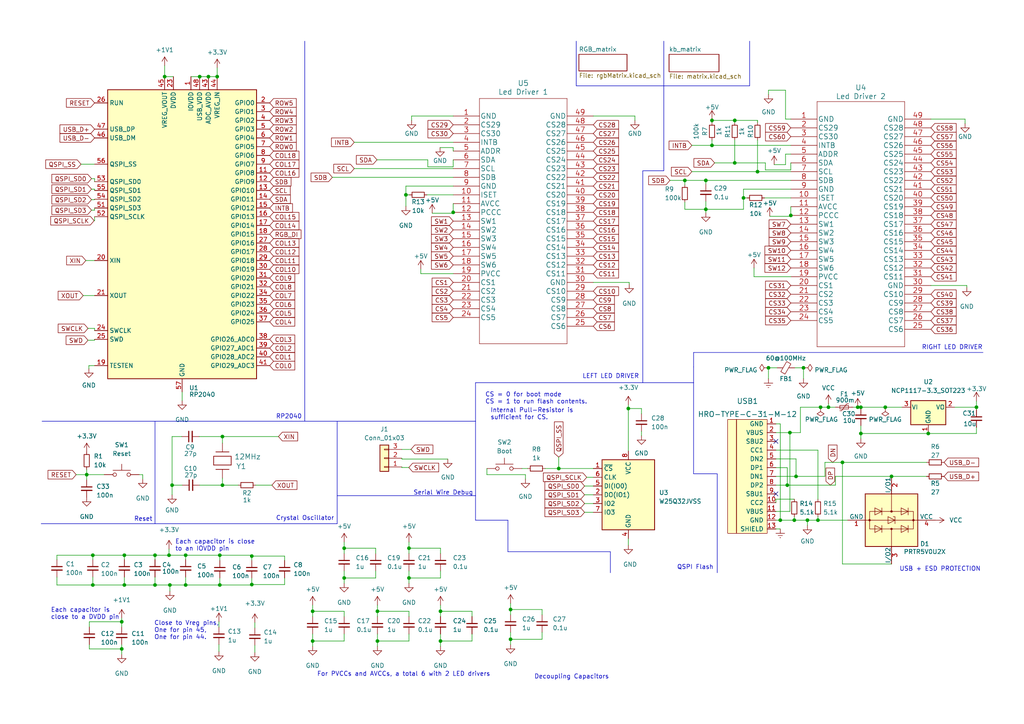
<source format=kicad_sch>
(kicad_sch (version 20230121) (generator eeschema)
  (paper "A4")
  (junction (at 26.924 169.672))
  (junction (at 269.24 125.73))
  (junction (at 213.1107 34.9187))
  (junction (at 44.958 161.036))
  (junction (at 162.052 135.89))
  (junction (at 109.474 185.928))
  (junction (at 90.678 177.292))
  (junction (at 148.082 176.784))
  (junction (at 62.992 22.225))
  (junction (at 73.025 161.29))
  (junction (at 240.284 118.11))
  (junction (at 118.618 167.64))
  (junction (at 148.082 185.42))
  (junction (at 127.762 185.928))
  (junction (at 57.912 22.225))
  (junction (at 219.71 49.784))
  (junction (at 237.236 150.876))
  (junction (at 73.025 169.545))
  (junction (at 233.045 106.68))
  (junction (at 204.724 60.706))
  (junction (at 249.682 125.73))
  (junction (at 60.452 22.225))
  (junction (at 90.678 185.928))
  (junction (at 36.068 161.036))
  (junction (at 53.848 161.036))
  (junction (at 237.998 118.11))
  (junction (at 49.022 161.036))
  (junction (at 249.682 118.11))
  (junction (at 63.754 161.036))
  (junction (at 215.646 57.404))
  (junction (at 99.822 159.004))
  (junction (at 283.21 118.11))
  (junction (at 198.628 52.324))
  (junction (at 25.146 137.668))
  (junction (at 230.886 138.176))
  (junction (at 47.752 22.225))
  (junction (at 228.346 140.716))
  (junction (at 53.848 169.672))
  (junction (at 35.306 188.214))
  (junction (at 26.924 161.036))
  (junction (at 204.724 52.324))
  (junction (at 229.108 125.476))
  (junction (at 49.276 169.672))
  (junction (at 117.729 56.515))
  (junction (at 131.445 61.595))
  (junction (at 226.314 150.876))
  (junction (at 229.362 62.484))
  (junction (at 222.885 106.68))
  (junction (at 230.378 150.876))
  (junction (at 244.348 134.112))
  (junction (at 35.306 180.34))
  (junction (at 258.572 138.176))
  (junction (at 206.502 42.164))
  (junction (at 213.106 47.244))
  (junction (at 64.516 126.619))
  (junction (at 109.474 177.292))
  (junction (at 36.068 169.672))
  (junction (at 234.188 150.876))
  (junction (at 49.911 140.716))
  (junction (at 127.762 177.292))
  (junction (at 44.958 169.672))
  (junction (at 256.7688 118.11))
  (junction (at 99.822 167.64))
  (junction (at 63.754 169.672))
  (junction (at 206.502 34.9187))
  (junction (at 182.245 118.491))
  (junction (at 118.618 159.004))
  (junction (at 64.516 140.716))
  (junction (at 248.7778 118.11))
  (no_connect (at 225.044 143.256))
  (no_connect (at 225.044 128.016))
  (wire (pts (xy 117.729 53.975) (xy 117.729 56.515)))
  (wire (pts (xy 283.21 116.332) (xy 283.21 118.11)))
  (wire (pts (xy 172.085 81.915) (xy 182.499 81.915)))
  (wire (pts (xy 229.108 148.336) (xy 225.044 148.336)))
  (wire (pts (xy 219.71 35.56) (xy 219.71 35.1727)))
  (wire (pts (xy 63.754 161.036) (xy 53.848 161.036)))
  (wire (pts (xy 27.432 52.705) (xy 27.432 51.816)))
  (wire (pts (xy 49.022 159.258) (xy 49.022 161.036)))
  (wire (pts (xy 53.848 161.036) (xy 53.848 162.306)))
  (wire (pts (xy 40.386 137.668) (xy 41.402 137.668)))
  (wire (pts (xy 258.572 163.576) (xy 244.348 163.576)))
  (wire (pts (xy 131.445 46.355) (xy 131.445 48.387)))
  (wire (pts (xy 204.724 52.324) (xy 229.362 52.324)))
  (wire (pts (xy 64.516 126.619) (xy 64.516 128.524)))
  (wire (pts (xy 122.047 78.105) (xy 122.047 79.375)))
  (polyline (pts (xy 147.32 160.02) (xy 177.038 160.02)))
  (wire (pts (xy 118.618 177.292) (xy 109.474 177.292)))
  (wire (pts (xy 118.618 167.64) (xy 118.618 169.164)))
  (wire (pts (xy 25.146 136.144) (xy 25.146 137.668)))
  (wire (pts (xy 182.245 117.475) (xy 182.245 118.491)))
  (wire (pts (xy 108.966 159.004) (xy 99.822 159.004)))
  (wire (pts (xy 27.432 54.864) (xy 26.543 54.864)))
  (wire (pts (xy 222.9011 26.162) (xy 227.838 26.162)))
  (wire (pts (xy 44.958 169.672) (xy 44.958 167.386)))
  (wire (pts (xy 242.316 138.176) (xy 258.572 138.176)))
  (wire (pts (xy 270.002 82.804) (xy 280.416 82.804)))
  (wire (pts (xy 148.082 176.784) (xy 148.082 178.308)))
  (polyline (pts (xy 192.532 49.53) (xy 186.436 49.53)))
  (wire (pts (xy 131.445 79.375) (xy 122.047 79.375)))
  (wire (pts (xy 125.349 61.849) (xy 131.445 61.849)))
  (wire (pts (xy 225.044 150.876) (xy 226.314 150.876)))
  (wire (pts (xy 23.495 47.625) (xy 27.432 47.625)))
  (wire (pts (xy 280.416 82.804) (xy 280.416 83.312)))
  (wire (pts (xy 73.025 169.545) (xy 73.025 167.64)))
  (wire (pts (xy 233.045 106.68) (xy 233.045 109.855)))
  (wire (pts (xy 230.378 149.86) (xy 230.378 150.876)))
  (wire (pts (xy 131.445 53.975) (xy 117.729 53.975)))
  (wire (pts (xy 225.044 140.716) (xy 228.346 140.716)))
  (wire (pts (xy 127.762 185.928) (xy 136.906 185.928)))
  (wire (pts (xy 90.678 185.928) (xy 90.678 183.896)))
  (wire (pts (xy 283.21 125.73) (xy 269.24 125.73)))
  (wire (pts (xy 35.306 179.324) (xy 35.306 180.34)))
  (polyline (pts (xy 201.168 110.998) (xy 201.168 137.414)))
  (wire (pts (xy 213.106 35.1727) (xy 213.1107 35.1727)))
  (wire (pts (xy 25.908 180.34) (xy 35.306 180.34)))
  (wire (pts (xy 90.678 185.928) (xy 99.822 185.928)))
  (wire (pts (xy 26.924 169.672) (xy 26.924 167.386)))
  (wire (pts (xy 232.156 118.11) (xy 232.156 125.476)))
  (wire (pts (xy 35.306 180.34) (xy 35.306 181.864)))
  (wire (pts (xy 136.906 178.816) (xy 136.906 177.292)))
  (wire (pts (xy 228.346 140.716) (xy 242.316 140.716)))
  (polyline (pts (xy 177.038 160.02) (xy 177.038 166.116)))
  (wire (pts (xy 116.5589 135.5942) (xy 116.5589 135.4395)))
  (wire (pts (xy 229.108 125.476) (xy 232.156 125.476)))
  (wire (pts (xy 117.729 56.515) (xy 118.745 56.515)))
  (wire (pts (xy 118.618 167.64) (xy 118.618 165.608)))
  (wire (pts (xy 237.998 118.11) (xy 240.284 118.11)))
  (wire (pts (xy 90.678 175.514) (xy 90.678 177.292)))
  (wire (pts (xy 96.393 51.435) (xy 131.445 51.435)))
  (wire (pts (xy 118.618 157.226) (xy 118.618 159.004)))
  (wire (pts (xy 283.21 118.11) (xy 283.21 118.872)))
  (wire (pts (xy 109.347 46.355) (xy 124.079 46.355)))
  (wire (pts (xy 108.966 160.528) (xy 108.966 159.004)))
  (wire (pts (xy 129.8828 133.1469) (xy 116.5589 133.1469)))
  (wire (pts (xy 206.502 34.6085) (xy 206.502 34.9187)))
  (wire (pts (xy 64.516 138.684) (xy 64.516 140.716)))
  (wire (pts (xy 49.911 140.716) (xy 49.911 143.51)))
  (wire (pts (xy 118.5826 135.5942) (xy 116.5589 135.5942)))
  (wire (pts (xy 80.772 126.619) (xy 64.516 126.619)))
  (wire (pts (xy 102.743 41.275) (xy 131.445 41.275)))
  (wire (pts (xy 206.502 40.64) (xy 206.502 42.164)))
  (wire (pts (xy 49.911 140.716) (xy 52.832 140.716)))
  (wire (pts (xy 225.044 138.176) (xy 230.886 138.176)))
  (wire (pts (xy 27.432 60.96) (xy 26.543 60.96)))
  (wire (pts (xy 99.822 167.64) (xy 108.966 167.64)))
  (wire (pts (xy 131.445 59.055) (xy 131.445 61.595)))
  (polyline (pts (xy 44.958 122.174) (xy 44.958 151.892)))
  (wire (pts (xy 230.886 138.176) (xy 239.268 138.176)))
  (wire (pts (xy 127.762 167.64) (xy 127.762 165.608)))
  (wire (pts (xy 237.236 150.876) (xy 245.872 150.876)))
  (wire (pts (xy 157.226 178.308) (xy 157.226 176.784)))
  (wire (pts (xy 52.832 113.665) (xy 52.832 116.205)))
  (wire (pts (xy 213.1107 34.9187) (xy 213.1107 35.1727)))
  (wire (pts (xy 249.682 118.11) (xy 256.7688 118.11)))
  (wire (pts (xy 148.082 185.42) (xy 148.082 186.944)))
  (wire (pts (xy 249.682 118.11) (xy 249.682 118.364)))
  (wire (pts (xy 219.71 35.1727) (xy 219.7147 35.1727)))
  (wire (pts (xy 82.55 162.56) (xy 82.55 161.29)))
  (wire (pts (xy 258.572 138.176) (xy 268.732 138.176)))
  (wire (pts (xy 227.838 34.544) (xy 227.838 26.162)))
  (wire (pts (xy 131.445 61.595) (xy 131.445 61.849)))
  (wire (pts (xy 226.314 150.876) (xy 230.378 150.876)))
  (wire (pts (xy 242.316 140.716) (xy 242.316 138.176)))
  (wire (pts (xy 47.752 22.225) (xy 50.292 22.225)))
  (wire (pts (xy 230.505 106.68) (xy 233.045 106.68)))
  (wire (pts (xy 25.908 188.214) (xy 35.306 188.214)))
  (wire (pts (xy 162.052 132.588) (xy 162.052 135.89)))
  (wire (pts (xy 27.432 95.25) (xy 25.527 95.25)))
  (wire (pts (xy 225.044 144.78) (xy 230.378 144.78)))
  (wire (pts (xy 63.754 162.56) (xy 63.754 161.036)))
  (wire (pts (xy 221.996 49.276) (xy 221.996 47.244)))
  (wire (pts (xy 99.822 185.928) (xy 99.822 183.896)))
  (wire (pts (xy 99.822 177.292) (xy 90.678 177.292)))
  (polyline (pts (xy 132.08 122.174) (xy 97.79 122.174)))
  (wire (pts (xy 182.499 81.915) (xy 182.499 82.423)))
  (wire (pts (xy 232.156 118.11) (xy 237.998 118.11)))
  (polyline (pts (xy 44.958 151.892) (xy 82.296 151.892)))
  (wire (pts (xy 227.838 44.704) (xy 227.838 47.752)))
  (wire (pts (xy 206.502 34.9187) (xy 206.502 35.56)))
  (wire (pts (xy 237.236 150.876) (xy 237.236 149.86)))
  (wire (pts (xy 219.7147 34.9187) (xy 219.7147 35.1727)))
  (wire (pts (xy 182.245 118.491) (xy 182.245 130.81)))
  (wire (pts (xy 82.55 161.29) (xy 73.025 161.29)))
  (wire (pts (xy 26.924 169.672) (xy 16.51 169.672)))
  (wire (pts (xy 123.825 56.515) (xy 131.445 56.515)))
  (polyline (pts (xy 217.424 11.938) (xy 217.424 24.892)))
  (polyline (pts (xy 137.922 110.998) (xy 137.922 122.174)))
  (wire (pts (xy 141.224 137.668) (xy 152.4 137.668)))
  (wire (pts (xy 99.822 160.528) (xy 99.822 159.004)))
  (wire (pts (xy 41.402 138.938) (xy 41.402 137.668)))
  (wire (pts (xy 229.362 62.484) (xy 229.362 62.738)))
  (wire (pts (xy 69.088 140.716) (xy 64.516 140.716)))
  (wire (pts (xy 141.224 135.89) (xy 141.224 137.668)))
  (wire (pts (xy 99.822 167.64) (xy 99.822 169.164)))
  (wire (pts (xy 276.86 118.11) (xy 283.21 118.11)))
  (wire (pts (xy 62.992 19.685) (xy 62.992 22.225)))
  (wire (pts (xy 74.168 140.716) (xy 78.867 140.716)))
  (wire (pts (xy 127.762 185.928) (xy 127.762 183.896)))
  (wire (pts (xy 279.908 34.544) (xy 279.908 35.814)))
  (wire (pts (xy 44.958 162.306) (xy 44.958 161.036)))
  (wire (pts (xy 16.51 161.036) (xy 26.924 161.036)))
  (wire (pts (xy 25.908 186.944) (xy 25.908 188.214)))
  (wire (pts (xy 90.678 178.816) (xy 90.678 177.292)))
  (polyline (pts (xy 201.168 137.414) (xy 208.026 137.414)))
  (wire (pts (xy 27.432 64.008) (xy 27.305 64.008)))
  (wire (pts (xy 35.306 186.944) (xy 35.306 188.214)))
  (wire (pts (xy 27.432 62.865) (xy 27.432 64.008)))
  (wire (pts (xy 25.908 181.864) (xy 25.908 180.34)))
  (wire (pts (xy 198.628 52.324) (xy 198.628 53.594)))
  (wire (pts (xy 229.362 54.864) (xy 215.646 54.864)))
  (wire (pts (xy 49.276 169.672) (xy 44.958 169.672)))
  (wire (pts (xy 249.682 125.73) (xy 249.682 123.444)))
  (wire (pts (xy 118.618 160.528) (xy 118.618 159.004)))
  (wire (pts (xy 182.245 156.21) (xy 182.245 158.115)))
  (polyline (pts (xy 12.192 122.174) (xy 44.958 122.174)))
  (wire (pts (xy 27.432 60.325) (xy 27.432 60.96)))
  (wire (pts (xy 229.108 125.476) (xy 229.108 148.336)))
  (wire (pts (xy 73.025 169.672) (xy 73.025 169.545)))
  (wire (pts (xy 204.724 58.42) (xy 204.724 60.706)))
  (wire (pts (xy 184.15 33.655) (xy 172.085 33.655)))
  (wire (pts (xy 151.384 135.89) (xy 153.035 135.89)))
  (wire (pts (xy 215.646 54.864) (xy 215.646 57.404)))
  (wire (pts (xy 99.822 178.816) (xy 99.822 177.292)))
  (wire (pts (xy 36.068 169.672) (xy 36.068 167.386)))
  (wire (pts (xy 148.082 185.42) (xy 157.226 185.42)))
  (wire (pts (xy 240.284 117.094) (xy 240.284 118.11)))
  (wire (pts (xy 49.911 126.619) (xy 49.911 140.716)))
  (wire (pts (xy 27.432 57.912) (xy 26.543 57.912)))
  (wire (pts (xy 27.432 98.679) (xy 25.527 98.679)))
  (wire (pts (xy 90.678 185.928) (xy 90.678 187.452)))
  (wire (pts (xy 49.022 161.036) (xy 53.848 161.036)))
  (wire (pts (xy 239.268 134.112) (xy 244.348 134.112)))
  (wire (pts (xy 109.474 178.816) (xy 109.474 177.292)))
  (wire (pts (xy 44.958 161.036) (xy 49.022 161.036)))
  (polyline (pts (xy 208.026 137.414) (xy 208.026 166.116)))
  (wire (pts (xy 213.106 35.56) (xy 213.106 35.1727)))
  (wire (pts (xy 225.044 130.556) (xy 237.236 130.556)))
  (wire (pts (xy 186.055 126.365) (xy 186.055 125.095)))
  (polyline (pts (xy 192.532 11.938) (xy 192.532 49.53)))
  (wire (pts (xy 118.618 185.928) (xy 118.618 183.896)))
  (wire (pts (xy 240.284 118.11) (xy 242.316 118.11)))
  (wire (pts (xy 229.362 49.276) (xy 221.996 49.276)))
  (wire (pts (xy 57.912 22.225) (xy 60.452 22.225)))
  (wire (pts (xy 25.781 106.045) (xy 25.781 106.934)))
  (wire (pts (xy 131.445 42.799) (xy 131.445 43.815)))
  (wire (pts (xy 170.18 138.43) (xy 172.085 138.43)))
  (wire (pts (xy 229.362 34.544) (xy 227.838 34.544)))
  (wire (pts (xy 116.5589 130.3595) (xy 119.2009 130.3595)))
  (wire (pts (xy 73.025 161.036) (xy 63.754 161.036)))
  (wire (pts (xy 63.754 169.672) (xy 63.754 167.64)))
  (wire (pts (xy 213.1107 34.9187) (xy 219.7147 34.9187)))
  (wire (pts (xy 198.628 58.674) (xy 198.628 60.706)))
  (wire (pts (xy 148.082 175.006) (xy 148.082 176.784)))
  (wire (pts (xy 157.226 185.42) (xy 157.226 183.388)))
  (wire (pts (xy 82.55 169.545) (xy 82.55 167.64)))
  (wire (pts (xy 36.068 169.672) (xy 26.924 169.672)))
  (wire (pts (xy 204.724 52.324) (xy 204.724 53.34)))
  (wire (pts (xy 169.545 146.05) (xy 172.085 146.05)))
  (wire (pts (xy 24.13 85.725) (xy 27.432 85.725)))
  (wire (pts (xy 169.545 143.51) (xy 172.085 143.51)))
  (wire (pts (xy 225.044 145.796) (xy 225.044 144.78)))
  (polyline (pts (xy 192.532 24.892) (xy 167.132 24.892)))
  (wire (pts (xy 27.432 51.816) (xy 26.543 51.816)))
  (polyline (pts (xy 167.132 11.938) (xy 167.132 24.892)))
  (wire (pts (xy 136.906 185.928) (xy 136.906 183.896)))
  (wire (pts (xy 27.432 75.565) (xy 24.892 75.565)))
  (wire (pts (xy 152.4 137.668) (xy 152.4 138.938)))
  (wire (pts (xy 148.082 185.42) (xy 148.082 183.388)))
  (wire (pts (xy 157.226 176.784) (xy 148.082 176.784)))
  (wire (pts (xy 234.188 150.876) (xy 237.236 150.876)))
  (wire (pts (xy 36.068 161.036) (xy 44.958 161.036)))
  (wire (pts (xy 127.762 177.292) (xy 127.762 178.816)))
  (wire (pts (xy 73.025 162.56) (xy 73.025 161.29)))
  (wire (pts (xy 223.266 62.738) (xy 229.362 62.738)))
  (wire (pts (xy 127.762 185.928) (xy 127.762 187.452)))
  (wire (pts (xy 27.432 106.045) (xy 25.781 106.045)))
  (wire (pts (xy 237.236 144.78) (xy 237.236 130.556)))
  (wire (pts (xy 184.15 33.655) (xy 184.15 34.925)))
  (wire (pts (xy 119.2009 130.3595) (xy 119.2009 130.329)))
  (polyline (pts (xy 82.296 151.892) (xy 97.79 151.892)))
  (wire (pts (xy 99.822 167.64) (xy 99.822 165.608)))
  (wire (pts (xy 99.822 157.226) (xy 99.822 159.004)))
  (wire (pts (xy 244.348 134.112) (xy 268.732 134.112)))
  (wire (pts (xy 60.452 22.225) (xy 62.992 22.225)))
  (wire (pts (xy 182.245 118.491) (xy 186.055 118.491)))
  (wire (pts (xy 247.396 118.11) (xy 248.7778 118.11)))
  (wire (pts (xy 63.5 188.976) (xy 63.5 186.944)))
  (wire (pts (xy 36.068 162.306) (xy 36.068 161.036)))
  (wire (pts (xy 63.5 181.864) (xy 63.5 180.34)))
  (wire (pts (xy 222.9011 26.162) (xy 222.9011 27.4093)))
  (wire (pts (xy 136.906 177.292) (xy 127.762 177.292)))
  (wire (pts (xy 230.886 133.096) (xy 230.886 138.176)))
  (wire (pts (xy 109.474 185.928) (xy 118.618 185.928)))
  (wire (pts (xy 131.445 48.387) (xy 124.079 48.387)))
  (wire (pts (xy 124.079 48.387) (xy 124.079 46.355)))
  (wire (pts (xy 108.966 167.64) (xy 108.966 165.608)))
  (wire (pts (xy 55.372 22.225) (xy 57.912 22.225)))
  (wire (pts (xy 63.754 169.672) (xy 73.025 169.672)))
  (polyline (pts (xy 147.32 150.876) (xy 147.32 160.02)))
  (wire (pts (xy 226.314 150.876) (xy 226.314 122.936)))
  (wire (pts (xy 218.694 77.724) (xy 218.694 80.264)))
  (wire (pts (xy 198.628 52.324) (xy 204.724 52.324)))
  (wire (pts (xy 109.474 175.514) (xy 109.474 177.292)))
  (wire (pts (xy 229.362 59.944) (xy 229.362 62.484)))
  (wire (pts (xy 27.432 95.885) (xy 27.432 95.25)))
  (wire (pts (xy 249.682 127.254) (xy 249.682 125.73)))
  (wire (pts (xy 27.432 57.785) (xy 27.432 57.912)))
  (wire (pts (xy 225.044 153.416) (xy 226.314 153.416)))
  (wire (pts (xy 226.314 122.936) (xy 225.044 122.936)))
  (wire (pts (xy 35.306 188.214) (xy 35.306 189.738)))
  (wire (pts (xy 169.545 148.59) (xy 172.085 148.59)))
  (wire (pts (xy 127.762 160.528) (xy 127.762 159.004)))
  (wire (pts (xy 73.914 182.118) (xy 73.914 180.594)))
  (polyline (pts (xy 201.168 110.998) (xy 201.168 106.426)))
  (wire (pts (xy 53.848 169.672) (xy 53.848 167.386)))
  (wire (pts (xy 27.432 98.425) (xy 27.432 98.679)))
  (polyline (pts (xy 88.392 11.938) (xy 88.392 122.174)))
  (wire (pts (xy 204.724 61.722) (xy 204.724 60.706)))
  (wire (pts (xy 227.838 47.752) (xy 224.536 47.752)))
  (wire (pts (xy 219.71 49.784) (xy 229.362 49.784)))
  (wire (pts (xy 26.924 161.036) (xy 36.068 161.036)))
  (wire (pts (xy 109.474 185.928) (xy 109.474 183.896)))
  (wire (pts (xy 244.348 134.112) (xy 244.348 163.576)))
  (wire (pts (xy 25.146 137.668) (xy 30.226 137.668)))
  (polyline (pts (xy 137.922 143.764) (xy 137.922 150.876)))
  (wire (pts (xy 109.474 185.928) (xy 109.474 187.452)))
  (wire (pts (xy 47.752 19.05) (xy 47.752 22.225)))
  (wire (pts (xy 200.66 42.164) (xy 206.502 42.164)))
  (wire (pts (xy 22.098 137.668) (xy 25.146 137.668)))
  (wire (pts (xy 194.31 52.324) (xy 198.628 52.324)))
  (polyline (pts (xy 137.922 110.998) (xy 201.168 110.998)))
  (wire (pts (xy 213.106 47.244) (xy 221.996 47.244)))
  (wire (pts (xy 127.762 159.004) (xy 118.618 159.004)))
  (polyline (pts (xy 201.1715 102.235) (xy 201.1715 106.4126)))
  (wire (pts (xy 16.51 169.672) (xy 16.51 167.386)))
  (wire (pts (xy 204.724 60.706) (xy 215.646 60.706)))
  (wire (pts (xy 158.115 135.89) (xy 162.052 135.89)))
  (wire (pts (xy 206.502 42.164) (xy 229.362 42.164)))
  (wire (pts (xy 279.908 34.544) (xy 270.002 34.544)))
  (polyline (pts (xy 97.79 122.174) (xy 44.958 122.174)))
  (wire (pts (xy 186.055 120.015) (xy 186.055 118.491)))
  (wire (pts (xy 131.445 42.799) (xy 127.635 42.799)))
  (wire (pts (xy 102.743 48.895) (xy 131.445 48.895)))
  (wire (pts (xy 228.346 135.636) (xy 228.346 140.716)))
  (wire (pts (xy 225.044 125.476) (xy 229.108 125.476)))
  (wire (pts (xy 52.705 126.619) (xy 49.911 126.619)))
  (wire (pts (xy 64.516 140.716) (xy 57.912 140.716)))
  (wire (pts (xy 225.044 133.096) (xy 230.886 133.096)))
  (polyline (pts (xy 97.79 151.892) (xy 97.79 122.174)))
  (polyline (pts (xy 97.79 143.764) (xy 132.08 143.764)))
  (wire (pts (xy 44.958 169.672) (xy 36.068 169.672)))
  (wire (pts (xy 234.188 150.876) (xy 234.188 152.4)))
  (wire (pts (xy 119.38 33.655) (xy 131.445 33.655)))
  (polyline (pts (xy 201.1715 102.235) (xy 285.115 102.235)))
  (wire (pts (xy 53.848 169.672) (xy 63.754 169.672)))
  (wire (pts (xy 229.362 44.704) (xy 227.838 44.704)))
  (wire (pts (xy 198.628 60.706) (xy 204.724 60.706)))
  (wire (pts (xy 229.362 80.264) (xy 218.694 80.264)))
  (wire (pts (xy 73.025 161.29) (xy 73.025 161.036)))
  (wire (pts (xy 248.7778 118.11) (xy 249.682 118.11)))
  (wire (pts (xy 200.66 49.784) (xy 219.71 49.784)))
  (polyline (pts (xy 137.922 143.764) (xy 137.922 122.174)))
  (wire (pts (xy 207.264 47.244) (xy 213.106 47.244)))
  (wire (pts (xy 119.38 33.655) (xy 119.38 34.925)))
  (wire (pts (xy 118.618 178.816) (xy 118.618 177.292)))
  (wire (pts (xy 26.924 162.306) (xy 26.924 161.036)))
  (polyline (pts (xy 186.436 49.53) (xy 186.436 110.998)))
  (polyline (pts (xy 11.938 151.892) (xy 44.958 151.892)))
  (wire (pts (xy 225.044 135.636) (xy 228.346 135.636)))
  (polyline (pts (xy 137.922 122.174) (xy 132.08 122.174)))
  (wire (pts (xy 225.425 106.68) (xy 222.885 106.68)))
  (wire (pts (xy 116.5589 133.1469) (xy 116.5589 132.8995)))
  (wire (pts (xy 57.785 126.619) (xy 64.516 126.619)))
  (wire (pts (xy 169.545 140.97) (xy 172.085 140.97)))
  (wire (pts (xy 213.106 40.64) (xy 213.106 47.244)))
  (wire (pts (xy 221.742 57.404) (xy 229.362 57.404)))
  (wire (pts (xy 118.618 167.64) (xy 127.762 167.64)))
  (wire (pts (xy 283.21 123.952) (xy 283.21 125.73)))
  (wire (pts (xy 215.646 57.404) (xy 215.646 60.706)))
  (wire (pts (xy 162.052 135.89) (xy 172.085 135.89)))
  (wire (pts (xy 73.025 169.545) (xy 82.55 169.545)))
  (wire (pts (xy 222.885 106.68) (xy 222.885 109.855)))
  (wire (pts (xy 27.432 55.245) (xy 27.432 54.864)))
  (wire (pts (xy 256.7688 118.11) (xy 261.62 118.11)))
  (wire (pts (xy 127.762 175.514) (xy 127.762 177.292)))
  (polyline (pts (xy 192.532 24.892) (xy 217.424 24.892)))
  (wire (pts (xy 16.51 162.306) (xy 16.51 161.036)))
  (wire (pts (xy 234.188 150.876) (xy 230.378 150.876)))
  (wire (pts (xy 73.914 189.23) (xy 73.914 187.198)))
  (wire (pts (xy 239.268 138.176) (xy 239.268 134.112)))
  (polyline (pts (xy 132.08 143.764) (xy 137.922 143.764)))
  (polyline (pts (xy 137.922 150.876) (xy 147.32 150.876)))
  (wire (pts (xy 219.71 40.64) (xy 219.71 49.784)))
  (wire (pts (xy 25.146 137.668) (xy 25.146 139.192)))
  (wire (pts (xy 206.502 34.9187) (xy 213.1107 34.9187)))
  (wire (pts (xy 215.646 57.404) (xy 216.662 57.404)))
  (wire (pts (xy 249.682 125.73) (xy 269.24 125.73)))
  (wire (pts (xy 229.362 47.244) (xy 229.362 49.276)))
  (wire (pts (xy 117.729 56.515) (xy 117.729 59.817)))
  (wire (pts (xy 49.276 169.672) (xy 53.848 169.672)))
  (wire (pts (xy 49.276 171.45) (xy 49.276 169.672)))
  (text "LEFT LED DRIVER" (at 168.91 109.982 0) (effects (font (size 1.27 1.27)) (justify left bottom)))
  (text "Close to Vreg pins,\nOne for pin 45,\nOne for pin 44." (at 44.704 185.674 0) (effects (font (size 1.27 1.27)) (justify left bottom)))
  (text "RP2040" (at 80.01 121.666 0) (effects (font (size 1.27 1.27)) (justify left bottom)))
  (text "RIGHT LED DRIVER" (at 267.335 101.6 0) (effects (font (size 1.27 1.27)) (justify left bottom)))
  (text "Internal Pull-Resistor is\nsufficient for CS." (at 142.24 121.92 0) (effects (font (size 1.27 1.27)) (justify left bottom)))
  (text "Decoupling Capacitors" (at 154.94 197.104 0) (effects (font (size 1.27 1.27)) (justify left bottom)))
  (text "Serial Wire Debug" (at 119.888 143.764 0) (effects (font (size 1.27 1.27)) (justify left bottom)))
  (text "Each capacitor is close \nto an IOVDD pin" (at 50.8 160.02 0) (effects (font (size 1.27 1.27)) (justify left bottom)))
  (text "Crystal Oscillator" (at 80.01 151.13 0) (effects (font (size 1.27 1.27)) (justify left bottom)))
  (text "CS = 0 for boot mode\nCS = 1 to run flash contents." (at 140.716 117.348 0) (effects (font (size 1.27 1.27)) (justify left bottom)))
  (text "Reset" (at 38.862 151.384 0) (effects (font (size 1.27 1.27)) (justify left bottom)))
  (text "USB + ESD PROTECTION" (at 260.858 165.862 0) (effects (font (size 1.27 1.27)) (justify left bottom)))
  (text "Each capacitor is\nclose to a DVDD pin" (at 14.732 179.832 0) (effects (font (size 1.27 1.27)) (justify left bottom)))
  (text "QSPI Flash" (at 196.342 165.354 0) (effects (font (size 1.27 1.27)) (justify left bottom)))
  (text "For PVCCs and AVCCs, a total 6 with 2 LED drivers" (at 91.948 196.342 0) (effects (font (size 1.27 1.27)) (justify left bottom)))
  (global_label "CS48" (shape input) (at 270.002 62.484 0) (property "Intersheetrefs" "${INTERSHEET_REFS}" (effects hide)))
  (global_label "QSPI_SD2" (shape input) (at 169.545 146.05 180) (property "Intersheetrefs" "${INTERSHEET_REFS}" (effects hide)))
  (global_label "CS42" (shape input) (at 270.002 77.724 0) (property "Intersheetrefs" "${INTERSHEET_REFS}" (effects hide)))
  (global_label "QSPI_SCLK" (shape input) (at 27.305 64.008 180) (property "Intersheetrefs" "${INTERSHEET_REFS}" (effects hide)))
  (global_label "CS22" (shape input) (at 172.085 51.435 0) (property "Intersheetrefs" "${INTERSHEET_REFS}" (effects hide)))
  (global_label "SWCLK" (shape input) (at 25.527 95.25 180) (property "Intersheetrefs" "${INTERSHEET_REFS}" (effects hide)))
  (global_label "CS23" (shape input) (at 172.085 48.895 0) (property "Intersheetrefs" "${INTERSHEET_REFS}" (effects hide)))
  (global_label "CS13" (shape input) (at 172.085 74.295 0) (property "Intersheetrefs" "${INTERSHEET_REFS}" (effects hide)))
  (global_label "ROW4" (shape input) (at 78.232 32.385 0) (property "Intersheetrefs" "${INTERSHEET_REFS}" (effects hide)))
  (global_label "COL17" (shape input) (at 78.232 47.625 0) (property "Intersheetrefs" "${INTERSHEET_REFS}" (effects hide)))
  (global_label "COL6" (shape input) (at 78.232 88.265 0) (property "Intersheetrefs" "${INTERSHEET_REFS}" (effects hide)))
  (global_label "SDA" (shape input) (at 109.347 46.355 180) (property "Intersheetrefs" "${INTERSHEET_REFS}" (effects hide)))
  (global_label "CS21" (shape input) (at 172.085 53.975 0) (property "Intersheetrefs" "${INTERSHEET_REFS}" (effects hide)))
  (global_label "SW5" (shape input) (at 131.445 74.295 180) (property "Intersheetrefs" "${INTERSHEET_REFS}" (effects hide)))
  (global_label "CS5" (shape input) (at 131.445 92.075 180) (property "Intersheetrefs" "${INTERSHEET_REFS}" (effects hide)))
  (global_label "QSPI_SD0" (shape input) (at 169.545 140.97 180) (property "Intersheetrefs" "${INTERSHEET_REFS}" (effects hide)))
  (global_label "DN" (shape input) (at 241.5223 134.112 90) (property "Intersheetrefs" "${INTERSHEET_REFS}" (effects hide)))
  (global_label "SW2" (shape input) (at 131.445 66.675 180) (property "Intersheetrefs" "${INTERSHEET_REFS}" (effects hide)))
  (global_label "RESET" (shape input) (at 27.432 29.845 180) (property "Intersheetrefs" "${INTERSHEET_REFS}" (effects hide)))
  (global_label "CS24" (shape input) (at 172.085 46.355 0) (property "Intersheetrefs" "${INTERSHEET_REFS}" (effects hide)))
  (global_label "QSPI_SD1" (shape input) (at 26.543 54.864 180) (property "Intersheetrefs" "${INTERSHEET_REFS}" (effects hide)))
  (global_label "CS54" (shape input) (at 270.002 47.244 0) (property "Intersheetrefs" "${INTERSHEET_REFS}" (effects hide)))
  (global_label "CS10" (shape input) (at 172.085 84.455 0) (property "Intersheetrefs" "${INTERSHEET_REFS}" (effects hide)))
  (global_label "SW3" (shape input) (at 131.445 69.215 180) (property "Intersheetrefs" "${INTERSHEET_REFS}" (effects hide)))
  (global_label "SWD" (shape input) (at 25.527 98.679 180) (property "Intersheetrefs" "${INTERSHEET_REFS}" (effects hide)))
  (global_label "CS34" (shape input) (at 229.362 90.424 180) (property "Intersheetrefs" "${INTERSHEET_REFS}" (effects hide)))
  (global_label "CS37" (shape input) (at 270.002 92.964 0) (property "Intersheetrefs" "${INTERSHEET_REFS}" (effects hide)))
  (global_label "CS45" (shape input) (at 270.002 70.104 0) (property "Intersheetrefs" "${INTERSHEET_REFS}" (effects hide)))
  (global_label "CS58" (shape input) (at 270.002 37.084 0) (property "Intersheetrefs" "${INTERSHEET_REFS}" (effects hide)))
  (global_label "CS38" (shape input) (at 270.002 90.424 0) (property "Intersheetrefs" "${INTERSHEET_REFS}" (effects hide)))
  (global_label "CS6" (shape input) (at 172.085 94.615 0) (property "Intersheetrefs" "${INTERSHEET_REFS}" (effects hide)))
  (global_label "CS40" (shape input) (at 270.002 85.344 0) (property "Intersheetrefs" "${INTERSHEET_REFS}" (effects hide)))
  (global_label "SW10" (shape input) (at 229.362 72.644 180) (property "Intersheetrefs" "${INTERSHEET_REFS}" (effects hide)))
  (global_label "INTB" (shape input) (at 200.66 42.164 180) (property "Intersheetrefs" "${INTERSHEET_REFS}" (effects hide)))
  (global_label "QSPI_SD3" (shape input) (at 169.545 148.59 180) (property "Intersheetrefs" "${INTERSHEET_REFS}" (effects hide)))
  (global_label "SCL" (shape input) (at 102.743 48.895 180) (property "Intersheetrefs" "${INTERSHEET_REFS}" (effects hide)))
  (global_label "SW12" (shape input) (at 229.362 77.724 180) (property "Intersheetrefs" "${INTERSHEET_REFS}" (effects hide)))
  (global_label "COL15" (shape input) (at 78.232 62.865 0) (property "Intersheetrefs" "${INTERSHEET_REFS}" (effects hide)))
  (global_label "CS2" (shape input) (at 131.445 84.455 180) (property "Intersheetrefs" "${INTERSHEET_REFS}" (effects hide)))
  (global_label "COL3" (shape input) (at 78.232 98.425 0) (property "Intersheetrefs" "${INTERSHEET_REFS}" (effects hide)))
  (global_label "CS49" (shape input) (at 270.002 59.944 0) (property "Intersheetrefs" "${INTERSHEET_REFS}" (effects hide)))
  (global_label "COL2" (shape input) (at 78.232 100.965 0) (property "Intersheetrefs" "${INTERSHEET_REFS}" (effects hide)))
  (global_label "CS15" (shape input) (at 172.085 69.215 0) (property "Intersheetrefs" "${INTERSHEET_REFS}" (effects hide)))
  (global_label "CS19" (shape input) (at 172.085 59.055 0) (property "Intersheetrefs" "${INTERSHEET_REFS}" (effects hide)))
  (global_label "COL8" (shape input) (at 78.232 83.185 0) (property "Intersheetrefs" "${INTERSHEET_REFS}" (effects hide)))
  (global_label "COL14" (shape input) (at 78.232 65.405 0) (property "Intersheetrefs" "${INTERSHEET_REFS}" (effects hide)))
  (global_label "CS12" (shape input) (at 172.085 76.835 0) (property "Intersheetrefs" "${INTERSHEET_REFS}" (effects hide)))
  (global_label "CS44" (shape input) (at 270.002 72.644 0) (property "Intersheetrefs" "${INTERSHEET_REFS}" (effects hide)))
  (global_label "CS36" (shape input) (at 270.002 95.504 0) (property "Intersheetrefs" "${INTERSHEET_REFS}" (effects hide)))
  (global_label "CS57" (shape input) (at 270.002 39.624 0) (property "Intersheetrefs" "${INTERSHEET_REFS}" (effects hide)))
  (global_label "USB_D+" (shape input) (at 273.812 138.176 0) (property "Intersheetrefs" "${INTERSHEET_REFS}" (effects hide)))
  (global_label "CS29" (shape input) (at 131.445 36.195 180) (property "Intersheetrefs" "${INTERSHEET_REFS}" (effects hide)))
  (global_label "CS32" (shape input) (at 229.362 85.344 180) (property "Intersheetrefs" "${INTERSHEET_REFS}" (effects hide)))
  (global_label "CS18" (shape input) (at 172.085 61.595 0) (property "Intersheetrefs" "${INTERSHEET_REFS}" (effects hide)))
  (global_label "CS53" (shape input) (at 270.002 49.784 0) (property "Intersheetrefs" "${INTERSHEET_REFS}" (effects hide)))
  (global_label "CS9" (shape input) (at 172.085 86.995 0) (property "Intersheetrefs" "${INTERSHEET_REFS}" (effects hide)))
  (global_label "ROW5" (shape input) (at 78.232 29.845 0) (property "Intersheetrefs" "${INTERSHEET_REFS}" (effects hide)))
  (global_label "CS25" (shape input) (at 172.085 43.815 0) (property "Intersheetrefs" "${INTERSHEET_REFS}" (effects hide)))
  (global_label "COL18" (shape input) (at 78.232 45.085 0) (property "Intersheetrefs" "${INTERSHEET_REFS}" (effects hide)))
  (global_label "SCL" (shape input) (at 200.66 49.784 180) (property "Intersheetrefs" "${INTERSHEET_REFS}" (effects hide)))
  (global_label "CS56" (shape input) (at 270.002 42.164 0) (property "Intersheetrefs" "${INTERSHEET_REFS}" (effects hide)))
  (global_label "CS33" (shape input) (at 229.362 87.884 180) (property "Intersheetrefs" "${INTERSHEET_REFS}" (effects hide)))
  (global_label "CS59" (shape input) (at 229.362 37.084 180) (property "Intersheetrefs" "${INTERSHEET_REFS}" (effects hide)))
  (global_label "DP" (shape input) (at 240.8278 140.716 90) (property "Intersheetrefs" "${INTERSHEET_REFS}" (effects hide)))
  (global_label "QSPI_SD2" (shape input) (at 26.543 57.912 180) (property "Intersheetrefs" "${INTERSHEET_REFS}" (effects hide)))
  (global_label "QSPI_SD3" (shape input) (at 26.543 60.96 180) (property "Intersheetrefs" "${INTERSHEET_REFS}" (effects hide)))
  (global_label "CS26" (shape input) (at 172.085 41.275 0) (property "Intersheetrefs" "${INTERSHEET_REFS}" (effects hide)))
  (global_label "QSPI_SD1" (shape input) (at 169.545 143.51 180) (property "Intersheetrefs" "${INTERSHEET_REFS}" (effects hide)))
  (global_label "CS28" (shape input) (at 172.085 36.195 0) (property "Intersheetrefs" "${INTERSHEET_REFS}" (effects hide)))
  (global_label "SWCLK" (shape input) (at 118.5826 135.5942 0) (property "Intersheetrefs" "${INTERSHEET_REFS}" (effects hide)))
  (global_label "SW4" (shape input) (at 131.445 71.755 180) (property "Intersheetrefs" "${INTERSHEET_REFS}" (effects hide)))
  (global_label "CS27" (shape input) (at 172.085 38.735 0) (property "Intersheetrefs" "${INTERSHEET_REFS}" (effects hide)))
  (global_label "SDB" (shape input) (at 194.31 52.324 180) (property "Intersheetrefs" "${INTERSHEET_REFS}" (effects hide)))
  (global_label "SDA" (shape input) (at 207.264 47.244 180) (property "Intersheetrefs" "${INTERSHEET_REFS}" (effects hide)))
  (global_label "CS41" (shape input) (at 270.002 80.264 0) (property "Intersheetrefs" "${INTERSHEET_REFS}" (effects hide)))
  (global_label "SCL" (shape input) (at 78.232 55.245 0) (property "Intersheetrefs" "${INTERSHEET_REFS}" (effects hide)))
  (global_label "CS43" (shape input) (at 270.002 75.184 0) (property "Intersheetrefs" "${INTERSHEET_REFS}" (effects hide)))
  (global_label "XIN" (shape input) (at 24.892 75.565 180) (property "Intersheetrefs" "${INTERSHEET_REFS}" (effects hide)))
  (global_label "SDB" (shape input) (at 78.232 52.705 0) (property "Intersheetrefs" "${INTERSHEET_REFS}" (effects hide)))
  (global_label "SW6" (shape input) (at 131.445 76.835 180) (property "Intersheetrefs" "${INTERSHEET_REFS}" (effects hide)))
  (global_label "COL1" (shape input) (at 78.232 103.505 0) (property "Intersheetrefs" "${INTERSHEET_REFS}" (effects hide)))
  (global_label "COL16" (shape input) (at 78.232 50.165 0) (property "Intersheetrefs" "${INTERSHEET_REFS}" (effects hide)))
  (global_label "CS8" (shape input) (at 172.085 89.535 0) (property "Intersheetrefs" "${INTERSHEET_REFS}" (effects hide)))
  (global_label "CS30" (shape input) (at 131.445 38.735 180) (property "Intersheetrefs" "${INTERSHEET_REFS}" (effects hide)))
  (global_label "COL10" (shape input) (at 78.232 78.105 0) (property "Intersheetrefs" "${INTERSHEET_REFS}" (effects hide)))
  (global_label "SDB" (shape input) (at 96.393 51.435 180) (property "Intersheetrefs" "${INTERSHEET_REFS}" (effects hide)))
  (global_label "SW9" (shape input) (at 229.362 70.104 180) (property "Intersheetrefs" "${INTERSHEET_REFS}" (effects hide)))
  (global_label "SW8" (shape input) (at 229.362 67.564 180) (property "Intersheetrefs" "${INTERSHEET_REFS}" (effects hide)))
  (global_label "QSPI_SD0" (shape input) (at 26.543 51.816 180) (property "Intersheetrefs" "${INTERSHEET_REFS}" (effects hide)))
  (global_label "CS60" (shape input) (at 229.362 39.624 180) (property "Intersheetrefs" "${INTERSHEET_REFS}" (effects hide)))
  (global_label "CS50" (shape input) (at 270.002 57.404 0) (property "Intersheetrefs" "${INTERSHEET_REFS}" (effects hide)))
  (global_label "CS3" (shape input) (at 131.445 86.995 180) (property "Intersheetrefs" "${INTERSHEET_REFS}" (effects hide)))
  (global_label "XIN" (shape input) (at 80.772 126.619 0) (property "Intersheetrefs" "${INTERSHEET_REFS}" (effects hide)))
  (global_label "USB_D-" (shape input) (at 273.812 134.112 0) (property "Intersheetrefs" "${INTERSHEET_REFS}" (effects hide)))
  (global_label "CS14" (shape input) (at 172.085 71.755 0) (property "Intersheetrefs" "${INTERSHEET_REFS}" (effects hide)))
  (global_label "CS51" (shape input) (at 270.002 54.864 0) (property "Intersheetrefs" "${INTERSHEET_REFS}" (effects hide)))
  (global_label "CS4" (shape input) (at 131.445 89.535 180) (property "Intersheetrefs" "${INTERSHEET_REFS}" (effects hide)))
  (global_label "SW7" (shape input) (at 229.362 65.024 180) (property "Intersheetrefs" "${INTERSHEET_REFS}" (effects hide)))
  (global_label "COL9" (shape input) (at 78.232 80.645 0) (property "Intersheetrefs" "${INTERSHEET_REFS}" (effects hide)))
  (global_label "CS7" (shape input) (at 172.085 92.075 0) (property "Intersheetrefs" "${INTERSHEET_REFS}" (effects hide)))
  (global_label "COL4" (shape input) (at 78.232 93.345 0) (property "Intersheetrefs" "${INTERSHEET_REFS}" (effects hide)))
  (global_label "CS52" (shape input) (at 270.002 52.324 0) (property "Intersheetrefs" "${INTERSHEET_REFS}" (effects hide)))
  (global_label "INTB" (shape input) (at 102.743 41.275 180) (property "Intersheetrefs" "${INTERSHEET_REFS}" (effects hide)))
  (global_label "COL5" (shape input) (at 78.232 90.805 0) (property "Intersheetrefs" "${INTERSHEET_REFS}" (effects hide)))
  (global_label "COL7" (shape input) (at 78.232 85.725 0) (property "Intersheetrefs" "${INTERSHEET_REFS}" (effects hide)))
  (global_label "COL0" (shape input) (at 78.232 106.045 0) (property "Intersheetrefs" "${INTERSHEET_REFS}" (effects hide)))
  (global_label "CS1" (shape input) (at 131.445 81.915 180) (property "Intersheetrefs" "${INTERSHEET_REFS}" (effects hide)))
  (global_label "ROW2" (shape input) (at 78.232 37.465 0) (property "Intersheetrefs" "${INTERSHEET_REFS}" (effects hide)))
  (global_label "SWD" (shape input) (at 119.2009 130.329 0) (property "Intersheetrefs" "${INTERSHEET_REFS}" (effects hide)))
  (global_label "CS47" (shape input) (at 270.002 65.024 0) (property "Intersheetrefs" "${INTERSHEET_REFS}" (effects hide)))
  (global_label "COL12" (shape input) (at 78.232 73.025 0) (property "Intersheetrefs" "${INTERSHEET_REFS}" (effects hide)))
  (global_label "COL13" (shape input) (at 78.232 70.485 0) (property "Intersheetrefs" "${INTERSHEET_REFS}" (effects hide)))
  (global_label "QSPI_SS" (shape input) (at 162.052 132.588 90) (property "Intersheetrefs" "${INTERSHEET_REFS}" (effects hide)))
  (global_label "ROW0" (shape input) (at 78.232 42.545 0) (property "Intersheetrefs" "${INTERSHEET_REFS}" (effects hide)))
  (global_label "RGB_DI" (shape input) (at 78.232 67.945 0) (property "Intersheetrefs" "${INTERSHEET_REFS}" (effects hide)))
  (global_label "CS11" (shape input) (at 172.085 79.375 0) (property "Intersheetrefs" "${INTERSHEET_REFS}" (effects hide)))
  (global_label "SW11" (shape input) (at 229.362 75.184 180) (property "Intersheetrefs" "${INTERSHEET_REFS}" (effects hide)))
  (global_label "INTB" (shape input) (at 78.232 60.325 0) (property "Intersheetrefs" "${INTERSHEET_REFS}" (effects hide)))
  (global_label "QSPI_SS" (shape input) (at 23.495 47.625 180) (property "Intersheetrefs" "${INTERSHEET_REFS}" (effects hide)))
  (global_label "XOUT" (shape input) (at 24.13 85.725 180) (property "Intersheetrefs" "${INTERSHEET_REFS}" (effects hide)))
  (global_label "SW1" (shape input) (at 131.445 64.135 180) (property "Intersheetrefs" "${INTERSHEET_REFS}" (effects hide)))
  (global_label "CS46" (shape input) (at 270.002 67.564 0) (property "Intersheetrefs" "${INTERSHEET_REFS}" (effects hide)))
  (global_label "ROW1" (shape input) (at 78.232 40.005 0) (property "Intersheetrefs" "${INTERSHEET_REFS}" (effects hide)))
  (global_label "COL11" (shape input) (at 78.232 75.565 0) (property "Intersheetrefs" "${INTERSHEET_REFS}" (effects hide)))
  (global_label "RESET" (shape input) (at 22.098 137.668 180) (property "Intersheetrefs" "${INTERSHEET_REFS}" (effects hide)))
  (global_label "CS55" (shape input) (at 270.002 44.704 0) (property "Intersheetrefs" "${INTERSHEET_REFS}" (effects hide)))
  (global_label "CS39" (shape input) (at 270.002 87.884 0) (property "Intersheetrefs" "${INTERSHEET_REFS}" (effects hide)))
  (global_label "CS35" (shape input) (at 229.362 92.964 180) (property "Intersheetrefs" "${INTERSHEET_REFS}" (effects hide)))
  (global_label "USB_D-" (shape input) (at 27.432 40.005 180) (property "Intersheetrefs" "${INTERSHEET_REFS}" (effects hide)))
  (global_label "CS16" (shape input) (at 172.085 66.675 0) (property "Intersheetrefs" "${INTERSHEET_REFS}" (effects hide)))
  (global_label "QSPI_SCLK" (shape input) (at 170.18 138.43 180) (property "Intersheetrefs" "${INTERSHEET_REFS}" (effects hide)))
  (global_label "SDA" (shape input) (at 78.232 57.785 0) (property "Intersheetrefs" "${INTERSHEET_REFS}" (effects hide)))
  (global_label "CS31" (shape input) (at 229.362 82.804 180) (property "Intersheetrefs" "${INTERSHEET_REFS}" (effects hide)))
  (global_label "XOUT" (shape input) (at 78.867 140.716 0) (property "Intersheetrefs" "${INTERSHEET_REFS}" (effects hide)))
  (global_label "CS20" (shape input) (at 172.085 56.515 0) (property "Intersheetrefs" "${INTERSHEET_REFS}" (effects hide)))
  (global_label "CS17" (shape input) (at 172.085 64.135 0) (property "Intersheetrefs" "${INTERSHEET_REFS}" (effects hide)))
  (global_label "ROW3" (shape input) (at 78.232 34.925 0) (property "Intersheetrefs" "${INTERSHEET_REFS}" (effects hide)))
  (global_label "USB_D+" (shape input) (at 27.432 37.465 180) (property "Intersheetrefs" "${INTERSHEET_REFS}" (effects hide)))
  (symbol (lib_id "power:VCC") (at 240.284 117.094 0) (unit 1)
    (property "Reference" "#PWR0102" (effects hide))
    (property "Value" "VCC" (at 240.284 112.522 0))
  )
  (symbol (lib_id "power:Earth") (at 222.885 109.855 0) (unit 1)
    (property "Reference" "#PWR095" (effects hide))
    (property "Value" "Earth" (effects hide))
  )
  (symbol (lib_id "power:+5V") (at 109.474 175.514 0) (unit 1)
    (property "Reference" "#PWR024" (effects hide))
    (property "Value" "+5V" (at 109.474 170.942 0))
  )
  (symbol (lib_id "Device:C_Small") (at 25.908 184.404 0) (unit 1)
    (property "Reference" "C12" (at 29.21 183.7753 0) (effects (justify left)))
    (property "Value" "100n" (at 29.21 186.3153 0) (effects (justify left)))
    (property "Footprint" "Capacitor_SMD:C_0805_2012Metric_Pad1.18x1.45mm_HandSolder" (effects hide))
  )
  (symbol (lib_id "power:+5V") (at 148.082 175.006 0) (unit 1)
    (property "Reference" "#PWR034" (effects hide))
    (property "Value" "+5V" (at 148.082 170.434 0))
  )
  (symbol (lib_id "Device:C_Small") (at 136.906 181.356 0) (unit 1)
    (property "Reference" "C25" (at 140.208 180.0922 0) (effects (justify left)))
    (property "Value" "0.1u" (at 140.208 182.6322 0) (effects (justify left)))
    (property "Footprint" "Capacitor_SMD:C_0805_2012Metric_Pad1.18x1.45mm_HandSolder" (effects hide))
  )
  (symbol (lib_id "Device:R_Small") (at 198.628 56.134 0) (unit 1)
    (property "Reference" "R9" (at 192.786 54.864 0) (effects (justify left)))
    (property "Value" "100k" (at 192.786 57.404 0) (effects (justify left)))
    (property "Footprint" "Resistor_SMD:R_0805_2012Metric_Pad1.20x1.40mm_HandSolder" (effects hide))
  )
  (symbol (lib_id "power:+3.3V") (at 73.914 180.594 0) (unit 1)
    (property "Reference" "#PWR015" (effects hide))
    (property "Value" "+3.3V" (at 73.914 175.006 0))
  )
  (symbol (lib_id "power:GND") (at 184.15 34.925 0) (mirror y) (unit 1)
    (property "Reference" "#PWR021" (effects hide))
    (property "Value" "GND" (at 184.15 38.735 0))
  )
  (symbol (lib_id "Switch:SW_Push") (at 146.304 135.89 0) (unit 1)
    (property "Reference" "SW2" (at 146.304 128.27 0))
    (property "Value" "Boot" (at 146.304 130.81 0))
    (property "Footprint" "Button_Switch_SMD:SW_SPST_SKQG_WithStem" (effects hide))
  )
  (symbol (lib_id "Device:C_Small") (at 109.474 181.356 0) (unit 1)
    (property "Reference" "C20" (at 112.268 180.0922 0) (effects (justify left)))
    (property "Value" "1u" (at 112.268 182.6322 0) (effects (justify left)))
    (property "Footprint" "Capacitor_SMD:C_0805_2012Metric_Pad1.18x1.45mm_HandSolder" (effects hide))
  )
  (symbol (lib_id "Type-C:HRO-TYPE-C-31-M-12") (at 222.504 136.906 0) (unit 1)
    (property "Reference" "USB1" (at 216.789 116.332 0) (effects (font (size 1.524 1.524))))
    (property "Value" "HRO-TYPE-C-31-M-12" (at 216.789 120.142 0) (effects (font (size 1.524 1.524))))
    (property "Footprint" "Type-C:HRO-TYPE-C-31-M-12-HandSoldering" (effects hide))
  )
  (symbol (lib_id "power:+5V") (at 99.822 157.226 0) (unit 1)
    (property "Reference" "#PWR019" (effects hide))
    (property "Value" "+5V" (at 99.822 152.654 0))
  )
  (symbol (lib_id "power:+5V") (at 90.678 175.514 0) (unit 1)
    (property "Reference" "#PWR017" (effects hide))
    (property "Value" "+5V" (at 90.678 170.942 0))
  )
  (symbol (lib_id "power:GND") (at 127.635 42.799 0) (unit 1)
    (property "Reference" "#PWR032" (effects hide))
    (property "Value" "GND" (at 127.635 46.609 0))
  )
  (symbol (lib_id "power:+3.3V") (at 25.146 131.064 0) (unit 1)
    (property "Reference" "#PWR02" (effects hide))
    (property "Value" "+3.3V" (at 25.146 126.492 0))
  )
  (symbol (lib_id "Device:C_Small") (at 283.21 121.412 0) (unit 1)
    (property "Reference" "C31" (at 279.146 119.888 0) (effects (justify left)))
    (property "Value" "10u" (at 279.4 122.936 0) (effects (justify left)))
    (property "Footprint" "Capacitor_SMD:C_0805_2012Metric_Pad1.18x1.45mm_HandSolder" (effects hide))
  )
  (symbol (lib_id "Device:R_Small") (at 213.106 38.1 180) (unit 1)
    (property "Reference" "R11" (at 211.074 38.1 90))
    (property "Value" "1k" (at 208.534 38.1 90))
    (property "Footprint" "Resistor_SMD:R_0805_2012Metric_Pad1.20x1.40mm_HandSolder" (effects hide))
  )
  (symbol (lib_id "Device:C_Small") (at 44.958 164.846 0) (unit 1)
    (property "Reference" "C4" (at 46.99 163.83 0) (effects (justify left)))
    (property "Value" "100n" (at 46.99 165.735 0) (effects (justify left)))
    (property "Footprint" "Capacitor_SMD:C_0805_2012Metric_Pad1.18x1.45mm_HandSolder" (effects hide))
  )
  (symbol (lib_id "Device:R_Small") (at 219.202 57.404 90) (mirror x) (unit 1)
    (property "Reference" "R12" (at 219.202 59.436 90))
    (property "Value" "10k" (at 219.202 61.976 90))
    (property "Footprint" "Resistor_SMD:R_0805_2012Metric_Pad1.20x1.40mm_HandSolder" (effects hide))
  )
  (symbol (lib_id "power:GND") (at 127.762 187.452 0) (unit 1)
    (property "Reference" "#PWR031" (effects hide))
    (property "Value" "GND" (at 127.762 193.04 0))
  )
  (symbol (lib_id "power:+5V") (at 218.694 77.724 0) (unit 1)
    (property "Reference" "#PWR043" (effects hide))
    (property "Value" "+5V" (at 218.694 73.914 0))
  )
  (symbol (lib_id "power:Earth") (at 226.314 153.416 0) (unit 1)
    (property "Reference" "#PWR094" (effects hide))
    (property "Value" "Earth" (effects hide))
  )
  (symbol (lib_id "IS31FL3742A-QFLS4-TR:IS31FL3742A-QFLS4-TR") (at 131.445 33.655 0) (unit 1)
    (property "Reference" "U5" (at 151.765 24.13 0) (effects (font (size 1.524 1.524))))
    (property "Value" "Led Driver 1" (at 151.765 26.67 0) (effects (font (size 1.524 1.524))))
    (property "Footprint" "ul_IS31FL3742A-QFLS4-TR:IS31FL3742A-QFLS4-TR" (effects hide))
  )
  (symbol (lib_id "Regulator_Linear:NCP1117-3.3_SOT223") (at 269.24 118.11 0) (unit 1)
    (property "Reference" "U2" (at 269.24 110.744 0))
    (property "Value" "NCP1117-3.3_SOT223" (at 269.24 113.284 0))
    (property "Footprint" "Package_TO_SOT_SMD:SOT-223-3_TabPin2" (effects hide))
    (property "Datasheet" "http://www.onsemi.com/pub_link/Collateral/NCP1117-D.PDF" (effects hide))
  )
  (symbol (lib_id "power:GND") (at 49.276 171.45 0) (unit 1)
    (property "Reference" "#PWR09" (effects hide))
    (property "Value" "GND" (at 49.276 177.038 0))
  )
  (symbol (lib_id "power:GND") (at 186.055 126.365 0) (unit 1)
    (property "Reference" "#PWR039" (effects hide))
    (property "Value" "GND" (at 186.055 131.445 0))
  )
  (symbol (lib_id "power:GND") (at 118.618 169.164 0) (unit 1)
    (property "Reference" "#PWR027" (effects hide))
    (property "Value" "GND" (at 118.618 174.752 0))
  )
  (symbol (lib_id "Device:FerriteBead_Small") (at 227.965 106.68 90) (unit 1)
    (property "Reference" "FB1" (at 227.965 109.855 90))
    (property "Value" "60@100MHz" (at 227.9269 103.881 90))
    (property "Footprint" "Inductor_SMD:L_1206_3216Metric_Pad1.42x1.75mm_HandSolder" (effects hide))
  )
  (symbol (lib_id "Device:R_Small") (at 155.575 135.89 90) (unit 1)
    (property "Reference" "R8" (at 155.575 130.302 90))
    (property "Value" "1k" (at 155.575 132.842 90))
    (property "Footprint" "Resistor_SMD:R_0805_2012Metric_Pad1.20x1.40mm_HandSolder" (effects hide))
  )
  (symbol (lib_id "Device:C_Small") (at 148.082 180.848 0) (unit 1)
    (property "Reference" "C26" (at 151.384 179.5842 0) (effects (justify left)))
    (property "Value" "1u" (at 151.384 182.1242 0) (effects (justify left)))
    (property "Footprint" "Capacitor_SMD:C_0805_2012Metric_Pad1.18x1.45mm_HandSolder" (effects hide))
  )
  (symbol (lib_id "power:+5V") (at 206.502 34.6085 0) (unit 1)
    (property "Reference" "#PWR042" (effects hide))
    (property "Value" "+5V" (at 206.502 31.1087 0))
  )
  (symbol (lib_id "Device:C_Small") (at 25.146 141.732 0) (unit 1)
    (property "Reference" "C33" (at 27.94 141.1033 0) (effects (justify left)))
    (property "Value" "100n" (at 27.94 143.6433 0) (effects (justify left)))
    (property "Footprint" "Capacitor_SMD:C_0805_2012Metric_Pad1.18x1.45mm_HandSolder" (effects hide))
  )
  (symbol (lib_id "power:GND") (at 52.832 116.205 0) (unit 1)
    (property "Reference" "#PWR012" (effects hide))
    (property "Value" "GND" (at 52.832 121.7278 0))
  )
  (symbol (lib_id "Device:C_Small") (at 63.5 184.404 0) (unit 1)
    (property "Reference" "C13" (at 66.04 183.1402 0) (effects (justify left)))
    (property "Value" "1u" (at 66.04 185.6802 0) (effects (justify left)))
    (property "Footprint" "Capacitor_SMD:C_0805_2012Metric_Pad1.18x1.45mm_HandSolder" (effects hide))
  )
  (symbol (lib_id "power:+3.3V") (at 182.245 117.475 0) (unit 1)
    (property "Reference" "#PWR037" (effects hide))
    (property "Value" "+3.3V" (at 182.245 112.395 0))
  )
  (symbol (lib_id "power:GND") (at 233.045 109.855 0) (unit 1)
    (property "Reference" "#PWR096" (effects hide))
    (property "Value" "GND" (at 233.045 114.935 0))
  )
  (symbol (lib_id "Device:C_Small") (at 35.306 184.404 0) (unit 1)
    (property "Reference" "C11" (at 38.1 183.7753 0) (effects (justify left)))
    (property "Value" "100n" (at 38.1 186.3153 0) (effects (justify left)))
    (property "Footprint" "Capacitor_SMD:C_0805_2012Metric_Pad1.18x1.45mm_HandSolder" (effects hide))
  )
  (symbol (lib_id "power:GND") (at 109.474 187.452 0) (unit 1)
    (property "Reference" "#PWR025" (effects hide))
    (property "Value" "GND" (at 109.474 193.04 0))
  )
  (symbol (lib_id "power:GND") (at 280.416 83.312 0) (unit 1)
    (property "Reference" "#PWR054" (effects hide))
    (property "Value" "GND" (at 280.416 88.9 0))
  )
  (symbol (lib_id "Device:R_Small") (at 206.502 38.1 180) (unit 1)
    (property "Reference" "R7" (at 204.47 38.1 90))
    (property "Value" "100k" (at 201.93 38.1 90))
    (property "Footprint" "Resistor_SMD:R_0805_2012Metric_Pad1.20x1.40mm_HandSolder" (effects hide))
  )
  (symbol (lib_id "Device:C_Small") (at 157.226 180.848 0) (unit 1)
    (property "Reference" "C27" (at 160.274 179.5842 0) (effects (justify left)))
    (property "Value" "0.1u" (at 160.274 182.1242 0) (effects (justify left)))
    (property "Footprint" "Capacitor_SMD:C_0805_2012Metric_Pad1.18x1.45mm_HandSolder" (effects hide))
  )
  (symbol (lib_id "Device:C_Small") (at 249.682 120.904 0) (unit 1)
    (property "Reference" "C30" (at 244.2094 120.0291 0) (effects (justify left)))
    (property "Value" "10u" (at 244.4549 121.9744 0) (effects (justify left)))
    (property "Footprint" "Capacitor_SMD:C_0805_2012Metric_Pad1.18x1.45mm_HandSolder" (effects hide))
  )
  (symbol (lib_id "Device:C_Small") (at 73.025 165.1 0) (unit 1)
    (property "Reference" "C7" (at 76.2 164.4713 0) (effects (justify left)))
    (property "Value" "100n" (at 76.2 167.0113 0) (effects (justify left)))
    (property "Footprint" "Capacitor_SMD:C_0805_2012Metric_Pad1.18x1.45mm_HandSolder" (effects hide))
  )
  (symbol (lib_id "Device:R_Small") (at 25.146 133.604 180) (unit 1)
    (property "Reference" "R1" (at 27.178 132.3339 0) (effects (justify right)))
    (property "Value" "10k" (at 27.178 134.8739 0) (effects (justify right)))
    (property "Footprint" "Resistor_SMD:R_0805_2012Metric_Pad1.20x1.40mm_HandSolder" (effects hide))
  )
  (symbol (lib_id "Power_Protection:PRTR5V0U2X") (at 258.572 150.876 270) (unit 1)
    (property "Reference" "D1" (at 268.224 157.734 90))
    (property "Value" "PRTR5V0U2X" (at 268.224 160.02 90))
    (property "Footprint" "Package_TO_SOT_SMD:SOT-143" (effects hide))
    (property "Datasheet" "https://assets.nexperia.com/documents/data-sheet/PRTR5V0U2X.pdf" (effects hide))
  )
  (symbol (lib_id "Device:C_Small") (at 63.754 165.1 0) (unit 1)
    (property "Reference" "C6" (at 67.31 164.4713 0) (effects (justify left)))
    (property "Value" "100n" (at 67.31 167.0113 0) (effects (justify left)))
    (property "Footprint" "Capacitor_SMD:C_0805_2012Metric_Pad1.18x1.45mm_HandSolder" (effects hide))
  )
  (symbol (lib_id "power:GND") (at 63.5 188.976 0) (unit 1)
    (property "Reference" "#PWR014" (effects hide))
    (property "Value" "GND" (at 63.5 194.564 0))
  )
  (symbol (lib_id "power:PWR_FLAG") (at 233.045 106.68 270) (unit 1)
    (property "Reference" "#FLG02" (effects hide))
    (property "Value" "PWR_FLAG" (at 236.22 107.315 90) (effects (justify left)))
  )
  (symbol (lib_id "power:GND") (at 182.499 82.423 0) (unit 1)
    (property "Reference" "#PWR040" (effects hide))
    (property "Value" "GND" (at 182.499 88.011 0))
  )
  (symbol (lib_id "ABLS-12MHZ-B4-T:ABLS-12.000MHZ-B4-T") (at 64.516 138.684 90) (unit 1)
    (property "Reference" "Y1" (at 68.453 135.255 90) (effects (font (size 1.524 1.524)) (justify right)))
    (property "Value" "12MHz" (at 67.945 132.461 90) (effects (font (size 1.524 1.524)) (justify right)))
    (property "Footprint" "ABLS-12-MHZ-B4-T:ABLS-12.000MHZ-B4-T" (effects hide))
  )
  (symbol (lib_id "Switch:SW_Push") (at 35.306 137.668 0) (unit 1)
    (property "Reference" "SW1" (at 35.306 129.032 0))
    (property "Value" "Reset" (at 35.306 131.572 0))
    (property "Footprint" "Button_Switch_SMD:SW_SPST_SKQG_WithStem" (effects hide))
  )
  (symbol (lib_id "power:GND") (at 49.911 143.51 0) (unit 1)
    (property "Reference" "#PWR010" (effects hide))
    (property "Value" "GND" (at 49.911 147.955 0))
  )
  (symbol (lib_id "power:GND") (at 35.306 189.738 0) (unit 1)
    (property "Reference" "#PWR05" (effects hide))
    (property "Value" "GND" (at 35.306 195.326 0))
  )
  (symbol (lib_id "Device:Polyfuse_Small") (at 244.856 118.11 90) (unit 1)
    (property "Reference" "F1" (at 244.856 114.3 90))
    (property "Value" "900m" (at 245.11 116.078 90))
    (property "Footprint" "Fuse:Fuse_1206_3216Metric_Pad1.42x1.75mm_HandSolder" (effects hide))
  )
  (symbol (lib_id "power:+5V") (at 223.266 62.738 0) (unit 1)
    (property "Reference" "#PWR044" (effects hide))
    (property "Value" "+5V" (at 223.266 58.928 0))
  )
  (symbol (lib_id "power:GND") (at 73.914 189.23 0) (unit 1)
    (property "Reference" "#PWR016" (effects hide))
    (property "Value" "GND" (at 73.914 194.818 0))
  )
  (symbol (lib_id "power:GND") (at 182.245 158.115 0) (unit 1)
    (property "Reference" "#PWR038" (effects hide))
    (property "Value" "GND" (at 182.753 163.703 0))
  )
  (symbol (lib_id "Device:C_Small") (at 186.055 122.555 0) (unit 1)
    (property "Reference" "C28" (at 188.849 121.2912 0) (effects (justify left)))
    (property "Value" "100n" (at 188.849 123.8312 0) (effects (justify left)))
    (property "Footprint" "Capacitor_SMD:C_0805_2012Metric_Pad1.18x1.45mm_HandSolder" (effects hide))
  )
  (symbol (lib_id "power:GND") (at 117.729 59.817 0) (unit 1)
    (property "Reference" "#PWR022" (effects hide))
    (property "Value" "GND" (at 117.729 65.405 0))
  )
  (symbol (lib_id "Device:C_Small") (at 82.55 165.1 0) (unit 1)
    (property "Reference" "C8" (at 85.09 163.8362 0) (effects (justify left)))
    (property "Value" "100n" (at 85.09 166.3762 0) (effects (justify left)))
    (property "Footprint" "Capacitor_SMD:C_0805_2012Metric_Pad1.18x1.45mm_HandSolder" (effects hide))
  )
  (symbol (lib_id "Device:C_Small") (at 127.762 163.068 0) (unit 1)
    (property "Reference" "C23" (at 131.318 161.8042 0) (effects (justify left)))
    (property "Value" "0.1u" (at 131.318 164.3442 0) (effects (justify left)))
    (property "Footprint" "Capacitor_SMD:C_0805_2012Metric_Pad1.18x1.45mm_HandSolder" (effects hide))
  )
  (symbol (lib_id "power:+5V") (at 118.618 157.226 0) (unit 1)
    (property "Reference" "#PWR026" (effects hide))
    (property "Value" "+5V" (at 118.618 152.654 0))
  )
  (symbol (lib_id "power:+5V") (at 224.536 47.752 0) (unit 1)
    (property "Reference" "#PWR045" (effects hide))
    (property "Value" "+5V" (at 224.536 43.688 0))
  )
  (symbol (lib_id "power:PWR_FLAG") (at 237.998 118.11 180) (unit 1)
    (property "Reference" "#FLG0103" (effects hide))
    (property "Value" "PWR_FLAG" (at 238.252 121.666 0))
  )
  (symbol (lib_id "Connector_Generic:Conn_01x03") (at 111.4789 132.8995 180) (unit 1)
    (property "Reference" "J1" (at 111.4811 124.483 0))
    (property "Value" "Conn_01x03" (at 111.4811 127.023 0))
    (property "Footprint" "Connector_PinHeader_2.54mm:PinHeader_1x03_P2.54mm_Vertical" (effects hide))
  )
  (symbol (lib_id "power:+5V") (at 122.047 78.105 0) (unit 1)
    (property "Reference" "#PWR028" (effects hide))
    (property "Value" "+5V" (at 122.047 74.295 0))
  )
  (symbol (lib_id "power:GND") (at 41.402 138.938 0) (unit 1)
    (property "Reference" "#PWR06" (effects hide))
    (property "Value" "GND" (at 41.402 144.526 0))
  )
  (symbol (lib_id "power:+5V") (at 127.762 175.514 0) (unit 1)
    (property "Reference" "#PWR030" (effects hide))
    (property "Value" "+5V" (at 127.762 170.942 0))
  )
  (symbol (lib_id "Device:C_Small") (at 108.966 163.068 0) (unit 1)
    (property "Reference" "C19" (at 112.268 161.8042 0) (effects (justify left)))
    (property "Value" "0.1u" (at 112.268 164.3442 0) (effects (justify left)))
    (property "Footprint" "Capacitor_SMD:C_0805_2012Metric_Pad1.18x1.45mm_HandSolder" (effects hide))
  )
  (symbol (lib_id "power:GND") (at 152.4 138.938 0) (unit 1)
    (property "Reference" "#PWR036" (effects hide))
    (property "Value" "GND" (at 152.4 144.018 0))
  )
  (symbol (lib_id "Device:C_Small") (at 16.51 164.846 0) (unit 1)
    (property "Reference" "C1" (at 19.05 163.5822 0) (effects (justify left)))
    (property "Value" "100n" (at 19.05 166.1222 0) (effects (justify left)))
    (property "Footprint" "Capacitor_SMD:C_0805_2012Metric_Pad1.18x1.45mm_HandSolder" (effects hide))
  )
  (symbol (lib_id "power:+1V1") (at 63.5 180.34 0) (unit 1)
    (property "Reference" "#PWR048" (effects hide))
    (property "Value" "+1V1" (at 63.5 176.53 0))
  )
  (symbol (lib_id "power:+3.3V") (at 283.21 116.332 0) (unit 1)
    (property "Reference" "#PWR052" (effects hide))
    (property "Value" "+3.3V" (at 283.21 112.776 0))
  )
  (symbol (lib_id "power:PWR_FLAG") (at 222.885 106.68 90) (unit 1)
    (property "Reference" "#FLG01" (effects hide))
    (property "Value" "PWR_FLAG" (at 219.71 107.315 90) (effects (justify left)))
  )
  (symbol (lib_id "power:GND") (at 279.908 35.814 0) (mirror y) (unit 1)
    (property "Reference" "#PWR023" (effects hide))
    (property "Value" "GND" (at 279.908 39.624 0))
  )
  (symbol (lib_id "power:GND") (at 25.781 106.934 0) (unit 1)
    (property "Reference" "#PWR011" (effects hide))
    (property "Value" "GND" (at 25.781 111.76 0))
  )
  (symbol (lib_id "Device:C_Small") (at 118.618 163.068 0) (unit 1)
    (property "Reference" "C21" (at 121.158 161.8042 0) (effects (justify left)))
    (property "Value" "1u" (at 121.158 164.3442 0) (effects (justify left)))
    (property "Footprint" "Capacitor_SMD:C_0805_2012Metric_Pad1.18x1.45mm_HandSolder" (effects hide))
  )
  (symbol (lib_id "Device:R_Small") (at 271.272 134.112 90) (unit 1)
    (property "Reference" "R6" (at 271.272 129.54 90))
    (property "Value" "27" (at 271.272 132.08 90))
    (property "Footprint" "Resistor_SMD:R_0805_2012Metric_Pad1.20x1.40mm_HandSolder" (effects hide))
  )
  (symbol (lib_id "power:GND") (at 222.9011 27.4093 0) (unit 1)
    (property "Reference" "#PWR047" (effects hide))
    (property "Value" "GND" (at 222.9011 32.4893 0))
  )
  (symbol (lib_id "Device:C_Small") (at 127.762 181.356 0) (unit 1)
    (property "Reference" "C24" (at 131.318 180.0922 0) (effects (justify left)))
    (property "Value" "1u" (at 131.318 182.6322 0) (effects (justify left)))
    (property "Footprint" "Capacitor_SMD:C_0805_2012Metric_Pad1.18x1.45mm_HandSolder" (effects hide))
  )
  (symbol (lib_id "power:+3.3V") (at 62.992 19.685 0) (unit 1)
    (property "Reference" "#PWR07" (effects hide))
    (property "Value" "+3.3V" (at 62.992 15.1709 0))
  )
  (symbol (lib_id "Device:C_Small") (at 204.724 55.88 0) (unit 1)
    (property "Reference" "C29" (at 207.01 54.61 0) (effects (justify left)))
    (property "Value" "0.1u" (at 207.01 57.15 0) (effects (justify left)))
    (property "Footprint" "Capacitor_SMD:C_0805_2012Metric_Pad1.18x1.45mm_HandSolder" (effects hide))
  )
  (symbol (lib_id "power:GND") (at 249.682 127.254 0) (unit 1)
    (property "Reference" "#PWR049" (effects hide))
    (property "Value" "GND" (at 249.682 132.334 0))
  )
  (symbol (lib_id "power:PWR_FLAG") (at 256.7688 118.11 180) (unit 1)
    (property "Reference" "#FLG0102" (effects hide))
    (property "Value" "PWR_FLAG" (at 256.7688 121.666 0))
  )
  (symbol (lib_id "Device:C_Small") (at 55.245 126.619 90) (unit 1)
    (property "Reference" "C9" (at 55.118 129.667 90))
    (property "Value" "27p" (at 55.245 131.572 90))
    (property "Footprint" "Capacitor_SMD:C_0805_2012Metric_Pad1.18x1.45mm_HandSolder" (effects hide))
  )
  (symbol (lib_id "Device:C_Small") (at 26.924 164.846 0) (unit 1)
    (property "Reference" "C2" (at 29.21 163.83 0) (effects (justify left)))
    (property "Value" "100n" (at 29.21 166.37 0) (effects (justify left)))
    (property "Footprint" "Capacitor_SMD:C_0805_2012Metric_Pad1.18x1.45mm_HandSolder" (effects hide))
  )
  (symbol (lib_id "power:VCC") (at 271.272 150.876 270) (unit 1)
    (property "Reference" "#PWR0101" (effects hide))
    (property "Value" "VCC" (at 275.336 150.8759 90) (effects (justify left)))
  )
  (symbol (lib_id "Device:R_Small") (at 271.272 138.176 270) (unit 1)
    (property "Reference" "R5" (at 271.272 140.208 90))
    (property "Value" "27" (at 271.272 142.748 90))
    (property "Footprint" "Resistor_SMD:R_0805_2012Metric_Pad1.20x1.40mm_HandSolder" (effects hide))
  )
  (symbol (lib_id "power:+1V1") (at 35.306 179.324 0) (unit 1)
    (property "Reference" "#PWR04" (effects hide))
    (property "Value" "+1V1" (at 35.306 173.99 0))
  )
  (symbol (lib_id "power:GND") (at 129.8828 133.1469 0) (unit 1)
    (property "Reference" "#PWR013" (effects hide))
    (property "Value" "GND" (at 129.8828 138.43 0))
  )
  (symbol (lib_id "Device:R_Small") (at 71.628 140.716 90) (unit 1)
    (property "Reference" "R2" (at 71.628 143.002 90))
    (property "Value" "1k" (at 71.628 145.034 90))
    (property "Footprint" "Resistor_SMD:R_0805_2012Metric_Pad1.20x1.40mm_HandSolder" (effects hide))
  )
  (symbol (lib_id "power:GND") (at 25.146 144.272 0) (unit 1)
    (property "Reference" "#PWR03" (effects hide))
    (property "Value" "GND" (at 25.146 149.86 0))
  )
  (symbol (lib_id "Device:C_Small") (at 99.822 181.356 0) (unit 1)
    (property "Reference" "C17" (at 103.378 180.0922 0) (effects (justify left)))
    (property "Value" "0.1u" (at 103.378 182.6322 0) (effects (justify left)))
    (property "Footprint" "Capacitor_SMD:C_0805_2012Metric_Pad1.18x1.45mm_HandSolder" (effects hide))
  )
  (symbol (lib_id "power:GND") (at 99.822 169.164 0) (unit 1)
    (property "Reference" "#PWR020" (effects hide))
    (property "Value" "GND" (at 99.822 174.752 0))
  )
  (symbol (lib_id "Device:C_Small") (at 36.068 164.846 0) (unit 1)
    (property "Reference" "C3" (at 38.735 163.83 0) (effects (justify left)))
    (property "Value" "100n" (at 38.735 166.37 0) (effects (justify left)))
    (property "Footprint" "Capacitor_SMD:C_0805_2012Metric_Pad1.18x1.45mm_HandSolder" (effects hide))
  )
  (symbol (lib_id "Device:R_Small") (at 230.378 147.32 0) (unit 1)
    (property "Reference" "R14" (at 231.902 146.0499 0) (effects (justify left)))
    (property "Value" "5.1k" (at 231.902 148.5899 0) (effects (justify left)))
    (property "Footprint" "Resistor_SMD:R_0805_2012Metric_Pad1.20x1.40mm_HandSolder" (effects hide))
  )
  (symbol (lib_id "Device:C_Small") (at 99.822 163.068 0) (unit 1)
    (property "Reference" "C16" (at 103.124 161.8042 0) (effects (justify left)))
    (property "Value" "1u" (at 103.124 164.3442 0) (effects (justify left)))
    (property "Footprint" "Capacitor_SMD:C_0805_2012Metric_Pad1.18x1.45mm_HandSolder" (effects hide))
  )
  (symbol (lib_id "Device:C_Small") (at 55.372 140.716 90) (unit 1)
    (property "Reference" "C10" (at 55.245 135.89 90))
    (property "Value" "27p" (at 55.372 137.795 90))
    (property "Footprint" "Capacitor_SMD:C_0805_2012Metric_Pad1.18x1.45mm_HandSolder" (effects hide))
  )
  (symbol (lib_id "power:+3.3V") (at 49.022 159.258 0) (unit 1)
    (property "Reference" "#PWR08" (effects hide))
    (property "Value" "+3.3V" (at 49.022 153.67 0))
  )
  (symbol (lib_id "power:GND") (at 234.188 152.4 0) (unit 1)
    (property "Reference" "#PWR046" (effects hide))
    (property "Value" "GND" (at 234.188 156.972 0))
  )
  (symbol (lib_id "Device:C_Small") (at 118.618 181.356 0) (unit 1)
    (property "Reference" "C22" (at 121.158 180.0922 0) (effects (justify left)))
    (property "Value" "0.1u" (at 121.158 182.6322 0) (effects (justify left)))
    (property "Footprint" "Capacitor_SMD:C_0805_2012Metric_Pad1.18x1.45mm_HandSolder" (effects hide))
  )
  (symbol (lib_id "Device:C_Small") (at 53.848 164.846 0) (unit 1)
    (property "Reference" "C5" (at 57.15 164.2173 0) (effects (justify left)))
    (property "Value" "100n" (at 57.15 166.7573 0) (effects (justify left)))
    (property "Footprint" "Capacitor_SMD:C_0805_2012Metric_Pad1.18x1.45mm_HandSolder" (effects hide))
  )
  (symbol (lib_id "Device:R_Small") (at 219.71 38.1 180) (unit 1)
    (property "Reference" "R10" (at 217.678 38.1 90))
    (property "Value" "1k" (at 215.138 38.1 90))
    (property "Footprint" "Resistor_SMD:R_0805_2012Metric_Pad1.20x1.40mm_HandSolder" (effects hide))
  )
  (symbol (lib_id "Memory_Flash:W25Q32JVSS") (at 182.245 143.51 0) (unit 1)
    (property "Reference" "U3" (at 191.135 142.875 0) (effects (justify left)))
    (property "Value" "W25Q32JVSS" (at 191.135 145.415 0) (effects (justify left)))
    (property "Footprint" "Package_SO:SOIC-8_5.23x5.23mm_P1.27mm" (effects hide))
    (property "Datasheet" "http://www.winbond.com/resource-files/w25q32jv%20revg%2003272018%20plus.pdf" (effects hide))
  )
  (symbol (lib_id "Device:C_Small") (at 90.678 181.356 0) (unit 1)
    (property "Reference" "C15" (at 93.98 180.0922 0) (effects (justify left)))
    (property "Value" "1u" (at 93.98 182.6322 0) (effects (justify left)))
    (property "Footprint" "Capacitor_SMD:C_0805_2012Metric_Pad1.18x1.45mm_HandSolder" (effects hide))
  )
  (symbol (lib_id "power:GND") (at 90.678 187.452 0) (unit 1)
    (property "Reference" "#PWR018" (effects hide))
    (property "Value" "GND" (at 90.678 193.04 0))
  )
  (symbol (lib_id "power:+5V") (at 125.349 61.849 0) (unit 1)
    (property "Reference" "#PWR029" (effects hide))
    (property "Value" "+5V" (at 125.349 58.039 0))
  )
  (symbol (lib_id "Device:R_Small") (at 237.236 147.32 0) (unit 1)
    (property "Reference" "R15" (at 238.76 146.0499 0) (effects (justify left)))
    (property "Value" "5.1k" (at 238.76 148.5899 0) (effects (justify left)))
    (property "Footprint" "Resistor_SMD:R_0805_2012Metric_Pad1.20x1.40mm_HandSolder" (effects hide))
  )
  (symbol (lib_id "IS31FL3742A-QFLS4-TR:IS31FL3742A-QFLS4-TR") (at 229.362 34.544 0) (unit 1)
    (property "Reference" "U4" (at 249.682 25.4 0) (effects (font (size 1.524 1.524))))
    (property "Value" "Led Driver 2" (at 249.682 27.94 0) (effects (font (size 1.524 1.524))))
    (property "Footprint" "ul_IS31FL3742A-QFLS4-TR:IS31FL3742A-QFLS4-TR" (effects hide))
  )
  (symbol (lib_id "Device:R_Small") (at 121.285 56.515 270) (unit 1)
    (property "Reference" "R13" (at 121.285 58.547 90))
    (property "Value" "10k" (at 121.285 61.087 90))
    (property "Footprint" "Resistor_SMD:R_0805_2012Metric_Pad1.20x1.40mm_HandSolder" (effects hide))
  )
  (symbol (lib_id "power:GND") (at 148.082 186.944 0) (unit 1)
    (property "Reference" "#PWR035" (effects hide))
    (property "Value" "GND" (at 148.082 192.532 0))
  )
  (symbol (lib_id "power:+1V1") (at 47.752 19.05 0) (unit 1)
    (property "Reference" "#PWR01" (effects hide))
    (property "Value" "+1V1" (at 47.752 14.478 0))
  )
  (symbol (lib_id "Device:C_Small") (at 73.914 184.658 0) (unit 1)
    (property "Reference" "C14" (at 76.454 183.3942 0) (effects (justify left)))
    (property "Value" "1u" (at 76.454 185.9342 0) (effects (justify left)))
    (property "Footprint" "Capacitor_SMD:C_0805_2012Metric_Pad1.18x1.45mm_HandSolder" (effects hide))
  )
  (symbol (lib_id "MCU_RaspberryPi:RP2040") (at 52.832 67.945 0) (unit 1)
    (property "Reference" "U1" (at 54.8514 112.499 0) (effects (justify left)))
    (property "Value" "RP2040" (at 54.864 114.427 0) (effects (justify left)))
    (property "Footprint" "Package_DFN_QFN:QFN-56-1EP_7x7mm_P0.4mm_EP3.2x3.2mm" (effects hide))
    (property "Datasheet" "https://datasheets.raspberrypi.com/rp2040/rp2040-datasheet.pdf" (effects hide))
  )
  (symbol (lib_id "power:GND") (at 204.724 61.722 0) (unit 1)
    (property "Reference" "#PWR041" (effects hide))
    (property "Value" "GND" (at 204.724 67.31 0))
  )
  (symbol (lib_id "power:GND") (at 119.38 34.925 0) (unit 1)
    (property "Reference" "#PWR033" (effects hide))
    (property "Value" "GND" (at 119.38 38.735 0))
  )
  (symbol (lib_id "power:+5V") (at 248.7778 118.11 0) (unit 1)
    (property "Reference" "#PWR0103" (effects hide))
    (property "Value" "+5V" (at 248.7778 114.046 0))
  )
  (sheet (at 167.894 15.748) (size 13.97 4.826) (stroke (width 0.1524))
    (property "Sheetname" "RGB_matrix" (at 167.894 15.0364 0) (effects (justify left bottom)))
    (property "Sheetfile" "rgbMatrix.kicad_sch" (at 167.894 21.1586 0) (effects (justify left top)))
  )
  (sheet (at 194.056 15.748) (size 14.478 5.08) (stroke (width 0.1524))
    (property "Sheetname" "kb_matrix" (at 194.056 15.0364 0) (effects (justify left bottom)))
    (property "Sheetfile" "matrix.kicad_sch" (at 194.056 21.4126 0) (effects (justify left top)))
  )
)
</source>
